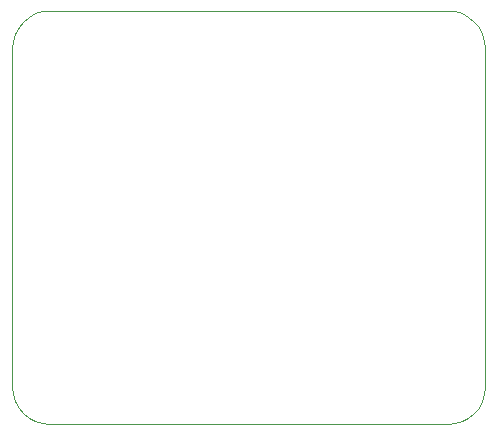
<source format=gko>
G04*
G04 #@! TF.GenerationSoftware,Altium Limited,Altium Designer,19.0.15 (446)*
G04*
G04 Layer_Color=16711935*
%FSAX25Y25*%
%MOIN*%
G70*
G01*
G75*
%ADD15C,0.00394*%
D15*
X0877068Y3209338D02*
Y3322345D01*
X0876830Y3206920D02*
X0877068Y3209338D01*
X0876124Y3204594D02*
X0876830Y3206920D01*
X0874979Y3202452D02*
X0876124Y3204594D01*
X0873438Y3200574D02*
X0874979Y3202452D01*
X0871559Y3199032D02*
X0873438Y3200574D01*
X0869417Y3197887D02*
X0871559Y3199032D01*
X0867092Y3197182D02*
X0869417Y3197887D01*
X0864674Y3196944D02*
X0867092Y3197182D01*
X0731981Y3196944D02*
X0864674D01*
X0729563Y3197182D02*
X0731981Y3196944D01*
X0727238Y3197887D02*
X0729563Y3197182D01*
X0725096Y3199032D02*
X0727238Y3197887D01*
X0723217Y3200574D02*
X0725096Y3199032D01*
X0721676Y3202452D02*
X0723217Y3200574D01*
X0720531Y3204594D02*
X0721676Y3202452D01*
X0719826Y3206920D02*
X0720531Y3204594D01*
X0719587Y3209338D02*
X0719826Y3206920D01*
X0719587Y3209338D02*
Y3322345D01*
X0719826Y3324763D01*
X0720531Y3327088D01*
X0721676Y3329231D01*
X0723217Y3331109D01*
X0725096Y3332650D01*
X0727238Y3333796D01*
X0729563Y3334501D01*
X0731981Y3334739D01*
X0864674D01*
X0867092Y3334501D01*
X0869417Y3333796D01*
X0871559Y3332650D01*
X0873438Y3331109D01*
X0874979Y3329231D01*
X0876124Y3327088D01*
X0876830Y3324763D01*
X0877068Y3322345D01*
M02*

</source>
